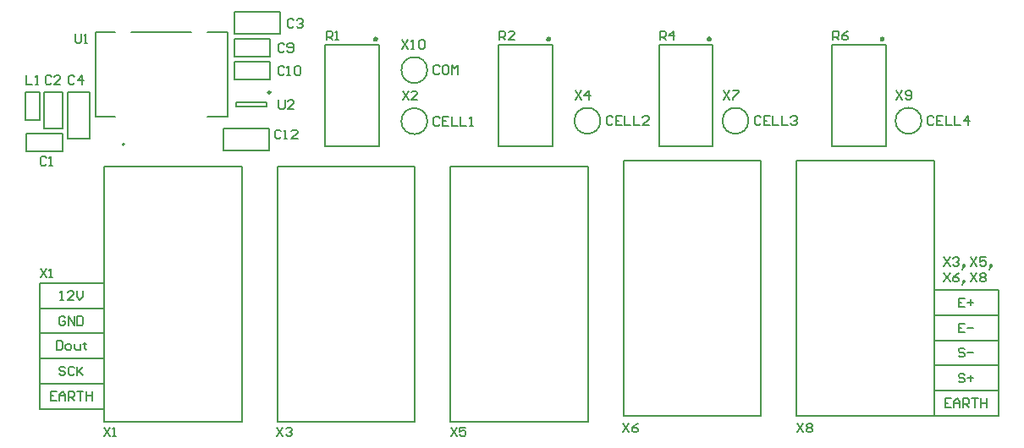
<source format=gto>
G04*
G04 #@! TF.GenerationSoftware,Altium Limited,Altium Designer,20.2.7 (254)*
G04*
G04 Layer_Color=65535*
%FSLAX25Y25*%
%MOIN*%
G70*
G04*
G04 #@! TF.SameCoordinates,96668020-E94A-4B99-9336-B782C63C42B1*
G04*
G04*
G04 #@! TF.FilePolarity,Positive*
G04*
G01*
G75*
%ADD10C,0.00984*%
%ADD11C,0.00787*%
%ADD12C,0.01968*%
D10*
X98917Y139370D02*
G03*
X98917Y139370I-492J0D01*
G01*
D11*
X41299Y118898D02*
G03*
X41299Y118898I-394J0D01*
G01*
X228839Y128189D02*
G03*
X228839Y128189I-5118J0D01*
G01*
X287156D02*
G03*
X287156Y128189I-5118J0D01*
G01*
X355315D02*
G03*
X355315Y128189I-5118J0D01*
G01*
X160679Y128032D02*
G03*
X160679Y128032I-5118J0D01*
G01*
Y148189D02*
G03*
X160679Y148189I-5118J0D01*
G01*
X385827Y11811D02*
Y61417D01*
X360236Y11811D02*
Y65945D01*
X306102Y11811D02*
X360236D01*
X306102D02*
Y70866D01*
Y112598D02*
X360236D01*
X306102Y70866D02*
Y112598D01*
X360236Y65945D02*
Y112598D01*
Y61417D02*
X385827D01*
X360236Y11811D02*
Y61417D01*
Y11811D02*
X385827D01*
X360236Y51496D02*
X385827D01*
X360236Y41575D02*
X385827D01*
X360236Y31654D02*
X385827Y31752D01*
X360236Y21732D02*
X385827D01*
X7874Y24488D02*
X33465D01*
X7874Y34409D02*
X33465Y34508D01*
X7874Y44331D02*
X33465D01*
X7874Y54252D02*
X33465D01*
X7874Y14567D02*
X33465D01*
X7874D02*
Y64173D01*
X33465D01*
X169783Y56102D02*
Y110236D01*
X223917D01*
Y51181D02*
Y110236D01*
X169783Y9449D02*
X223917D01*
Y51181D01*
X169783Y9449D02*
Y56102D01*
X84646Y162598D02*
Y171260D01*
X102756Y162598D02*
Y171260D01*
X84646D02*
X102756D01*
X84646Y162598D02*
X102756D01*
X84646Y153543D02*
Y160630D01*
X98819Y153543D02*
Y160630D01*
X84646D02*
X98819D01*
X84646Y153543D02*
X98819D01*
X84646Y144488D02*
Y151575D01*
X98819Y144488D02*
Y151575D01*
X84646D02*
X98819D01*
X84646Y144488D02*
X98819D01*
X85433Y133661D02*
X97244D01*
X85433Y135630D02*
X97244D01*
X85433Y133661D02*
Y135630D01*
X97244Y133661D02*
Y135630D01*
X80315Y125197D02*
X98425D01*
X80315Y116535D02*
X98425D01*
X80315D02*
Y125197D01*
X98425Y116535D02*
Y125197D01*
X44134Y163189D02*
X67677D01*
X74134Y129724D02*
X81890D01*
X74134Y163189D02*
X81890D01*
Y129724D02*
Y163189D01*
X29921D02*
X37677D01*
X29921Y129724D02*
X37677D01*
X29921D02*
Y163189D01*
X2756Y116142D02*
Y123228D01*
X16929Y116142D02*
Y123228D01*
X2756D02*
X16929D01*
X2756Y116142D02*
X16929D01*
X292077Y65945D02*
Y112598D01*
X237943Y70866D02*
Y112598D01*
X292077D01*
X237943Y11811D02*
Y70866D01*
Y11811D02*
X292077D01*
Y65945D01*
X141781Y118268D02*
Y158031D01*
X120522Y118268D02*
X141781D01*
X120522D02*
Y158031D01*
X141781D01*
X33465Y9449D02*
Y56102D01*
X87598Y9449D02*
Y51181D01*
X33465Y9449D02*
X87598D01*
Y51181D02*
Y110236D01*
X33465D02*
X87598D01*
X33465Y56102D02*
Y110236D01*
X101624Y9449D02*
Y56102D01*
X155758Y9449D02*
Y51181D01*
X101624Y9449D02*
X155758D01*
Y51181D02*
Y110236D01*
X101624D02*
X155758D01*
X101624Y56102D02*
Y110236D01*
X2362Y139370D02*
X7874D01*
X2362Y128347D02*
X7874D01*
Y139370D01*
X2362Y128347D02*
Y139370D01*
X9843Y139370D02*
X16929D01*
X9843Y125197D02*
X16929D01*
Y139370D01*
X9843Y125197D02*
Y139370D01*
X18898Y121260D02*
Y139370D01*
X27559Y121260D02*
Y139370D01*
X18898Y121260D02*
X27559D01*
X18898Y139370D02*
X27559D01*
X209941Y118268D02*
Y158031D01*
X188681Y118268D02*
X209941D01*
X188681D02*
Y158031D01*
X209941D01*
X273179Y118268D02*
Y158031D01*
X251919Y118268D02*
X273179D01*
X251919D02*
Y158031D01*
X273179D01*
X341339Y118268D02*
Y158031D01*
X320079Y118268D02*
X341339D01*
X320079D02*
Y158031D01*
X341339D01*
X364173Y74329D02*
X366535Y70787D01*
Y74329D02*
X364173Y70787D01*
X367715Y73739D02*
X368306Y74329D01*
X369486D01*
X370077Y73739D01*
Y73149D01*
X369486Y72558D01*
X368896D01*
X369486D01*
X370077Y71968D01*
Y71377D01*
X369486Y70787D01*
X368306D01*
X367715Y71377D01*
X371848Y70197D02*
X372438Y70787D01*
Y71377D01*
X371848D01*
Y70787D01*
X372438D01*
X371848Y70197D01*
X371257Y69606D01*
X374800Y74329D02*
X377161Y70787D01*
Y74329D02*
X374800Y70787D01*
X380703Y74329D02*
X378342D01*
Y72558D01*
X379523Y73149D01*
X380113D01*
X380703Y72558D01*
Y71377D01*
X380113Y70787D01*
X378932D01*
X378342Y71377D01*
X382474Y70197D02*
X383065Y70787D01*
Y71377D01*
X382474D01*
Y70787D01*
X383065D01*
X382474Y70197D01*
X381884Y69606D01*
X364173Y68189D02*
X366535Y64647D01*
Y68189D02*
X364173Y64647D01*
X370077Y68189D02*
X368896Y67599D01*
X367715Y66418D01*
Y65237D01*
X368306Y64647D01*
X369486D01*
X370077Y65237D01*
Y65828D01*
X369486Y66418D01*
X367715D01*
X371848Y64056D02*
X372438Y64647D01*
Y65237D01*
X371848D01*
Y64647D01*
X372438D01*
X371848Y64056D01*
X371257Y63466D01*
X374800Y68189D02*
X377161Y64647D01*
Y68189D02*
X374800Y64647D01*
X378342Y67599D02*
X378932Y68189D01*
X380113D01*
X380703Y67599D01*
Y67008D01*
X380113Y66418D01*
X380703Y65828D01*
Y65237D01*
X380113Y64647D01*
X378932D01*
X378342Y65237D01*
Y65828D01*
X378932Y66418D01*
X378342Y67008D01*
Y67599D01*
X378932Y66418D02*
X380113D01*
X360185Y129410D02*
X359594Y130000D01*
X358413D01*
X357823Y129410D01*
Y127048D01*
X358413Y126458D01*
X359594D01*
X360185Y127048D01*
X363727Y130000D02*
X361365D01*
Y126458D01*
X363727D01*
X361365Y128229D02*
X362546D01*
X364907Y130000D02*
Y126458D01*
X367269D01*
X368449Y130000D02*
Y126458D01*
X370811D01*
X373763D02*
Y130000D01*
X371992Y128229D01*
X374353D01*
X292025Y129410D02*
X291435Y130000D01*
X290254D01*
X289664Y129410D01*
Y127048D01*
X290254Y126458D01*
X291435D01*
X292025Y127048D01*
X295567Y130000D02*
X293206D01*
Y126458D01*
X295567D01*
X293206Y128229D02*
X294387D01*
X296748Y130000D02*
Y126458D01*
X299109D01*
X300290Y130000D02*
Y126458D01*
X302652D01*
X303832Y129410D02*
X304423Y130000D01*
X305603D01*
X306194Y129410D01*
Y128819D01*
X305603Y128229D01*
X305013D01*
X305603D01*
X306194Y127639D01*
Y127048D01*
X305603Y126458D01*
X304423D01*
X303832Y127048D01*
X233708Y129410D02*
X233118Y130000D01*
X231937D01*
X231347Y129410D01*
Y127048D01*
X231937Y126458D01*
X233118D01*
X233708Y127048D01*
X237250Y130000D02*
X234889D01*
Y126458D01*
X237250D01*
X234889Y128229D02*
X236070D01*
X238431Y130000D02*
Y126458D01*
X240792D01*
X241973Y130000D02*
Y126458D01*
X244335D01*
X247877D02*
X245515D01*
X247877Y128819D01*
Y129410D01*
X247286Y130000D01*
X246106D01*
X245515Y129410D01*
X165549Y129252D02*
X164958Y129842D01*
X163778D01*
X163187Y129252D01*
Y126891D01*
X163778Y126300D01*
X164958D01*
X165549Y126891D01*
X169091Y129842D02*
X166729D01*
Y126300D01*
X169091D01*
X166729Y128071D02*
X167910D01*
X170272Y129842D02*
Y126300D01*
X172633D01*
X173814Y129842D02*
Y126300D01*
X176175D01*
X177356D02*
X178537D01*
X177946D01*
Y129842D01*
X177356Y129252D01*
X165549Y149410D02*
X164958Y150000D01*
X163778D01*
X163187Y149410D01*
Y147048D01*
X163778Y146458D01*
X164958D01*
X165549Y147048D01*
X168500Y150000D02*
X167320D01*
X166729Y149410D01*
Y147048D01*
X167320Y146458D01*
X168500D01*
X169091Y147048D01*
Y149410D01*
X168500Y150000D01*
X170272Y146458D02*
Y150000D01*
X171452Y148819D01*
X172633Y150000D01*
Y146458D01*
X8268Y69881D02*
X10629Y66339D01*
Y69881D02*
X8268Y66339D01*
X11810D02*
X12991D01*
X12400D01*
Y69881D01*
X11810Y69291D01*
X372242Y58268D02*
X369880D01*
Y54726D01*
X372242D01*
X369880Y56497D02*
X371061D01*
X373422D02*
X375784D01*
X374603Y57677D02*
Y55316D01*
X372242Y48228D02*
X369880D01*
Y44686D01*
X372242D01*
X369880Y46457D02*
X371061D01*
X373422D02*
X375784D01*
X372242Y37992D02*
X371651Y38583D01*
X370470D01*
X369880Y37992D01*
Y37402D01*
X370470Y36812D01*
X371651D01*
X372242Y36221D01*
Y35631D01*
X371651Y35041D01*
X370470D01*
X369880Y35631D01*
X373422Y36812D02*
X375784D01*
X372242Y27953D02*
X371651Y28543D01*
X370470D01*
X369880Y27953D01*
Y27363D01*
X370470Y26772D01*
X371651D01*
X372242Y26182D01*
Y25591D01*
X371651Y25001D01*
X370470D01*
X369880Y25591D01*
X373422Y26772D02*
X375784D01*
X374603Y27953D02*
Y25591D01*
X366928Y18700D02*
X364567D01*
Y15158D01*
X366928D01*
X364567Y16929D02*
X365748D01*
X368109Y15158D02*
Y17519D01*
X369290Y18700D01*
X370470Y17519D01*
Y15158D01*
Y16929D01*
X368109D01*
X371651Y15158D02*
Y18700D01*
X373422D01*
X374013Y18110D01*
Y16929D01*
X373422Y16339D01*
X371651D01*
X372832D02*
X374013Y15158D01*
X375193Y18700D02*
X377555D01*
X376374D01*
Y15158D01*
X378736Y18700D02*
Y15158D01*
Y16929D01*
X381097D01*
Y18700D01*
Y15158D01*
X14566Y21456D02*
X12205D01*
Y17914D01*
X14566D01*
X12205Y19685D02*
X13385D01*
X15747Y17914D02*
Y20275D01*
X16928Y21456D01*
X18108Y20275D01*
Y17914D01*
Y19685D01*
X15747D01*
X19289Y17914D02*
Y21456D01*
X21060D01*
X21651Y20866D01*
Y19685D01*
X21060Y19095D01*
X19289D01*
X20470D02*
X21651Y17914D01*
X22831Y21456D02*
X25193D01*
X24012D01*
Y17914D01*
X26373Y21456D02*
Y17914D01*
Y19685D01*
X28735D01*
Y21456D01*
Y17914D01*
X18108Y30709D02*
X17518Y31299D01*
X16337D01*
X15747Y30709D01*
Y30119D01*
X16337Y29528D01*
X17518D01*
X18108Y28938D01*
Y28347D01*
X17518Y27757D01*
X16337D01*
X15747Y28347D01*
X21651Y30709D02*
X21060Y31299D01*
X19879D01*
X19289Y30709D01*
Y28347D01*
X19879Y27757D01*
X21060D01*
X21651Y28347D01*
X22831Y31299D02*
Y27757D01*
Y28938D01*
X25193Y31299D01*
X23422Y29528D01*
X25193Y27757D01*
X14566Y41339D02*
Y37796D01*
X16337D01*
X16928Y38387D01*
Y40748D01*
X16337Y41339D01*
X14566D01*
X18699Y37796D02*
X19879D01*
X20470Y38387D01*
Y39568D01*
X19879Y40158D01*
X18699D01*
X18108Y39568D01*
Y38387D01*
X18699Y37796D01*
X21651Y40158D02*
Y38387D01*
X22241Y37796D01*
X24012D01*
Y40158D01*
X25783Y40748D02*
Y40158D01*
X25193D01*
X26373D01*
X25783D01*
Y38387D01*
X26373Y37796D01*
X18108Y50394D02*
X17518Y50984D01*
X16337D01*
X15747Y50394D01*
Y48033D01*
X16337Y47442D01*
X17518D01*
X18108Y48033D01*
Y49213D01*
X16928D01*
X19289Y47442D02*
Y50984D01*
X21651Y47442D01*
Y50984D01*
X22831D02*
Y47442D01*
X24602D01*
X25193Y48033D01*
Y50394D01*
X24602Y50984D01*
X22831D01*
X16042Y57481D02*
X17223D01*
X16632D01*
Y61024D01*
X16042Y60433D01*
X21355Y57481D02*
X18994D01*
X21355Y59843D01*
Y60433D01*
X20765Y61024D01*
X19584D01*
X18994Y60433D01*
X22536Y61024D02*
Y58662D01*
X23717Y57481D01*
X24897Y58662D01*
Y61024D01*
X102174Y136416D02*
Y133464D01*
X102764Y132874D01*
X103945D01*
X104535Y133464D01*
Y136416D01*
X108078Y132874D02*
X105716D01*
X108078Y135236D01*
Y135826D01*
X107487Y136416D01*
X106307D01*
X105716Y135826D01*
X103052Y124015D02*
X102462Y124606D01*
X101281D01*
X100690Y124015D01*
Y121654D01*
X101281Y121064D01*
X102462D01*
X103052Y121654D01*
X104233Y121064D02*
X105413D01*
X104823D01*
Y124606D01*
X104233Y124015D01*
X109546Y121064D02*
X107184D01*
X109546Y123425D01*
Y124015D01*
X108955Y124606D01*
X107775D01*
X107184Y124015D01*
X104335Y149226D02*
X103745Y149816D01*
X102564D01*
X101974Y149226D01*
Y146864D01*
X102564Y146274D01*
X103745D01*
X104335Y146864D01*
X105516Y146274D02*
X106697D01*
X106106D01*
Y149816D01*
X105516Y149226D01*
X108468D02*
X109058Y149816D01*
X110239D01*
X110829Y149226D01*
Y146864D01*
X110239Y146274D01*
X109058D01*
X108468Y146864D01*
Y149226D01*
X104335Y158226D02*
X103745Y158816D01*
X102564D01*
X101974Y158226D01*
Y155864D01*
X102564Y155274D01*
X103745D01*
X104335Y155864D01*
X105516D02*
X106106Y155274D01*
X107287D01*
X107878Y155864D01*
Y158226D01*
X107287Y158816D01*
X106106D01*
X105516Y158226D01*
Y157635D01*
X106106Y157045D01*
X107878D01*
X218979Y140040D02*
X221340Y136498D01*
Y140040D02*
X218979Y136498D01*
X224292D02*
Y140040D01*
X222521Y138269D01*
X224882D01*
X277327Y140034D02*
X279689Y136492D01*
Y140034D02*
X277327Y136492D01*
X280869Y140034D02*
X283231D01*
Y139444D01*
X280869Y137082D01*
Y136492D01*
X345492Y140035D02*
X347853Y136493D01*
Y140035D02*
X345492Y136493D01*
X349034Y137084D02*
X349624Y136493D01*
X350805D01*
X351396Y137084D01*
Y139445D01*
X350805Y140035D01*
X349624D01*
X349034Y139445D01*
Y138855D01*
X349624Y138264D01*
X351396D01*
X150874Y139916D02*
X153235Y136374D01*
Y139916D02*
X150874Y136374D01*
X156778D02*
X154416D01*
X156778Y138735D01*
Y139326D01*
X156187Y139916D01*
X155007D01*
X154416Y139326D01*
X150799Y160042D02*
X153160Y156500D01*
Y160042D02*
X150799Y156500D01*
X154341D02*
X155522D01*
X154931D01*
Y160042D01*
X154341Y159452D01*
X157293D02*
X157883Y160042D01*
X159064D01*
X159654Y159452D01*
Y157090D01*
X159064Y156500D01*
X157883D01*
X157293Y157090D01*
Y159452D01*
X306497Y8858D02*
X308858Y5316D01*
Y8858D02*
X306497Y5316D01*
X310039Y8267D02*
X310630Y8858D01*
X311810D01*
X312401Y8267D01*
Y7677D01*
X311810Y7087D01*
X312401Y6496D01*
Y5906D01*
X311810Y5316D01*
X310630D01*
X310039Y5906D01*
Y6496D01*
X310630Y7087D01*
X310039Y7677D01*
Y8267D01*
X310630Y7087D02*
X311810D01*
X237774Y8858D02*
X240136Y5316D01*
Y8858D02*
X237774Y5316D01*
X243678Y8858D02*
X242497Y8267D01*
X241316Y7087D01*
Y5906D01*
X241906Y5316D01*
X243087D01*
X243678Y5906D01*
Y6496D01*
X243087Y7087D01*
X241316D01*
X169883Y7283D02*
X172244Y3741D01*
Y7283D02*
X169883Y3741D01*
X175786Y7283D02*
X173425D01*
Y5512D01*
X174606Y6102D01*
X175196D01*
X175786Y5512D01*
Y4331D01*
X175196Y3741D01*
X174015D01*
X173425Y4331D01*
X101474Y7283D02*
X103835Y3741D01*
Y7283D02*
X101474Y3741D01*
X105016Y6692D02*
X105606Y7283D01*
X106787D01*
X107378Y6692D01*
Y6102D01*
X106787Y5512D01*
X106197D01*
X106787D01*
X107378Y4922D01*
Y4331D01*
X106787Y3741D01*
X105606D01*
X105016Y4331D01*
X33274Y7283D02*
X35636Y3741D01*
Y7283D02*
X33274Y3741D01*
X36816D02*
X37997D01*
X37407D01*
Y7283D01*
X36816Y6692D01*
X22048Y162401D02*
Y159449D01*
X22638Y158859D01*
X23819D01*
X24409Y159449D01*
Y162401D01*
X25590Y158859D02*
X26771D01*
X26180D01*
Y162401D01*
X25590Y161811D01*
X320474Y160040D02*
Y163582D01*
X322245D01*
X322835Y162992D01*
Y161811D01*
X322245Y161221D01*
X320474D01*
X321655D02*
X322835Y160040D01*
X326378Y163582D02*
X325197Y162992D01*
X324016Y161811D01*
Y160630D01*
X324606Y160040D01*
X325787D01*
X326378Y160630D01*
Y161221D01*
X325787Y161811D01*
X324016D01*
X252274Y160040D02*
Y163582D01*
X254045D01*
X254636Y162992D01*
Y161811D01*
X254045Y161221D01*
X252274D01*
X253455D02*
X254636Y160040D01*
X257587D02*
Y163582D01*
X255816Y161811D01*
X258178D01*
X189074Y160040D02*
Y163582D01*
X190845D01*
X191436Y162992D01*
Y161811D01*
X190845Y161221D01*
X189074D01*
X190255D02*
X191436Y160040D01*
X194978D02*
X192616D01*
X194978Y162401D01*
Y162992D01*
X194387Y163582D01*
X193207D01*
X192616Y162992D01*
X120867Y160040D02*
Y163582D01*
X122638D01*
X123228Y162992D01*
Y161811D01*
X122638Y161221D01*
X120867D01*
X122048D02*
X123228Y160040D01*
X124409D02*
X125590D01*
X124999D01*
Y163582D01*
X124409Y162992D01*
X2787Y146066D02*
Y142524D01*
X5148D01*
X6329D02*
X7509D01*
X6919D01*
Y146066D01*
X6329Y145475D01*
X21684Y145457D02*
X21094Y146047D01*
X19913D01*
X19323Y145457D01*
Y143096D01*
X19913Y142505D01*
X21094D01*
X21684Y143096D01*
X24636Y142505D02*
Y146047D01*
X22865Y144276D01*
X25226D01*
X108071Y167716D02*
X107481Y168307D01*
X106300D01*
X105710Y167716D01*
Y165355D01*
X106300Y164764D01*
X107481D01*
X108071Y165355D01*
X109252Y167716D02*
X109842Y168307D01*
X111023D01*
X111613Y167716D01*
Y167126D01*
X111023Y166535D01*
X110433D01*
X111023D01*
X111613Y165945D01*
Y165355D01*
X111023Y164764D01*
X109842D01*
X109252Y165355D01*
X12629Y145488D02*
X12039Y146078D01*
X10858D01*
X10268Y145488D01*
Y143127D01*
X10858Y142536D01*
X12039D01*
X12629Y143127D01*
X16171Y142536D02*
X13810D01*
X16171Y144898D01*
Y145488D01*
X15581Y146078D01*
X14400D01*
X13810Y145488D01*
X10630Y113385D02*
X10040Y113976D01*
X8859D01*
X8269Y113385D01*
Y111024D01*
X8859Y110434D01*
X10040D01*
X10630Y111024D01*
X11811Y110434D02*
X12991D01*
X12401D01*
Y113976D01*
X11811Y113385D01*
D12*
X140305Y160394D02*
G03*
X140305Y160394I-98J0D01*
G01*
X208465D02*
G03*
X208465Y160394I-98J0D01*
G01*
X271703D02*
G03*
X271703Y160394I-98J0D01*
G01*
X339862D02*
G03*
X339862Y160394I-98J0D01*
G01*
M02*

</source>
